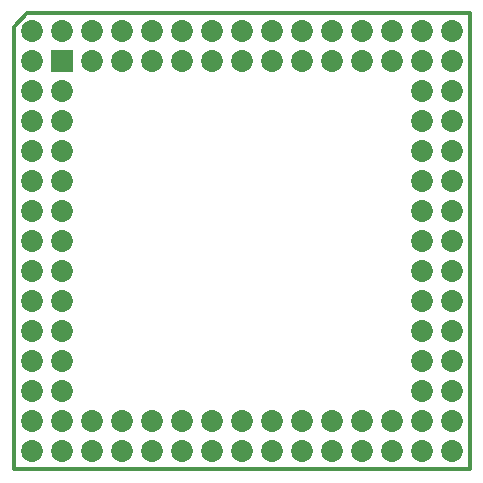
<source format=gbs>
G04 Layer_Color=16711935*
%FSLAX44Y44*%
%MOMM*%
G71*
G01*
G75*
%ADD16C,0.3500*%
%ADD28C,1.8542*%
%ADD29R,1.8542X1.8542*%
D16*
X-181610Y193040D02*
X193040D01*
X-193040Y181610D02*
X-181610Y193040D01*
X-193040Y-193040D02*
Y181610D01*
X193040Y-193040D02*
Y193040D01*
X-193040Y-193040D02*
X193040D01*
D28*
X177800Y-177800D02*
D03*
Y-152400D02*
D03*
Y-127000D02*
D03*
Y-101600D02*
D03*
Y-76200D02*
D03*
Y-50800D02*
D03*
Y-25400D02*
D03*
Y-0D02*
D03*
Y25400D02*
D03*
Y50800D02*
D03*
Y76200D02*
D03*
Y101600D02*
D03*
Y127000D02*
D03*
Y152400D02*
D03*
Y177800D02*
D03*
X152400Y-177800D02*
D03*
Y-127000D02*
D03*
Y-101600D02*
D03*
Y-76200D02*
D03*
Y-50800D02*
D03*
Y-25400D02*
D03*
Y-0D02*
D03*
Y25400D02*
D03*
Y50800D02*
D03*
Y76200D02*
D03*
Y101600D02*
D03*
Y127000D02*
D03*
Y177800D02*
D03*
X127000Y-177800D02*
D03*
Y-152400D02*
D03*
Y152400D02*
D03*
Y177800D02*
D03*
X101600Y-177800D02*
D03*
Y-152400D02*
D03*
Y152400D02*
D03*
Y177800D02*
D03*
X76200Y-177800D02*
D03*
Y-152400D02*
D03*
Y152400D02*
D03*
Y177800D02*
D03*
X50800Y-177800D02*
D03*
Y-152400D02*
D03*
Y152400D02*
D03*
Y177800D02*
D03*
X25400Y-177800D02*
D03*
Y-152400D02*
D03*
Y152400D02*
D03*
Y177800D02*
D03*
X-0Y-177800D02*
D03*
Y-152400D02*
D03*
Y152400D02*
D03*
Y177800D02*
D03*
X-25400Y-177800D02*
D03*
Y-152400D02*
D03*
Y152400D02*
D03*
Y177800D02*
D03*
X-50800Y-177800D02*
D03*
Y-152400D02*
D03*
Y152400D02*
D03*
Y177800D02*
D03*
X-76200Y-177800D02*
D03*
Y-152400D02*
D03*
Y152400D02*
D03*
Y177800D02*
D03*
X-101600Y-177800D02*
D03*
Y-152400D02*
D03*
Y152400D02*
D03*
Y177800D02*
D03*
X-127000Y-177800D02*
D03*
Y-152400D02*
D03*
Y152400D02*
D03*
Y177800D02*
D03*
X-152400Y-177800D02*
D03*
Y-127000D02*
D03*
Y-101600D02*
D03*
Y-76200D02*
D03*
Y-50800D02*
D03*
Y-25400D02*
D03*
Y-0D02*
D03*
Y25400D02*
D03*
Y50800D02*
D03*
Y76200D02*
D03*
Y101600D02*
D03*
Y127000D02*
D03*
Y177800D02*
D03*
X-177800Y-177800D02*
D03*
Y-152400D02*
D03*
Y-127000D02*
D03*
Y-101600D02*
D03*
Y-76200D02*
D03*
Y-50800D02*
D03*
Y-25400D02*
D03*
Y-0D02*
D03*
Y25400D02*
D03*
Y50800D02*
D03*
Y76200D02*
D03*
Y101600D02*
D03*
Y127000D02*
D03*
Y152400D02*
D03*
Y177800D02*
D03*
X-152400Y-152400D02*
D03*
X152400D02*
D03*
Y152400D02*
D03*
D29*
X-152400D02*
D03*
M02*

</source>
